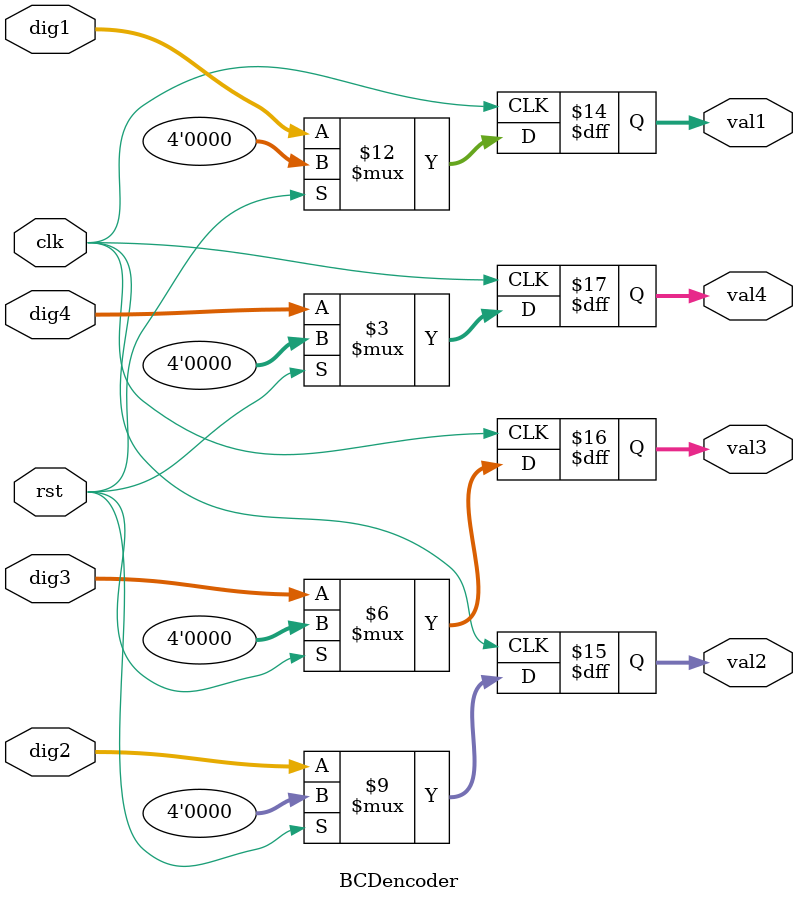
<source format=v>
`timescale 1ns / 1ps
module parking_meter(
    input add1,
    input add2,
    input add3,
    input add4,
    input rst1,
    input rst2,
    input clk,     //100 Hz
    input rst,
    output [6:0] led_seg,
    output a1,
    output a2,
    output a3,
    output a4,
    output [3:0] val1,
    output [3:0] val2,
    output [3:0] val3,
    output [3:0] val4
    );


reg [13:0] time_left;
reg [3:0] dig1; reg [3:0] dig2; reg [3:0] dig3; reg [3:0] dig4;

sevenseg s1(.time_left(time_left), .dig1(dig1), .dig2(dig2), .dig3(dig3), .dig4(dig4), .rst(rst), .clk(clk), 
				.led_seg(led_seg), .a1(a1), .a2(a2), .a3(a3), .a4(a4));
BCDencoder encoder(.dig1(dig1), .dig2(dig2), .dig3(dig3), .dig4(dig4), .clk(clk), .rst(rst), .val1(val1), .val2(val2), .val3(val3), .val4(val4));

reg [5:0] round;
always@(posedge clk or negedge clk) begin
	if(rst) begin
		round<=0; 
		time_left<=0;
		dig1<=0; dig2<=0; dig3<=0; dig4<=0;
	end
	else begin
	if(add1) begin
		if((round)%2!=0) begin
			time_left<=time_left+60;
			dig2<=dig2+6;
			if(dig2 > 9) begin 
				case(dig2) 
					5'b01010: begin dig2<=0; end
					5'b01011: begin dig2<=1; end
					5'b01100: begin dig2<=2; end
					5'b01101: begin dig2<=3; end
					5'b01110: begin dig2<=4; end
					5'b01111: begin dig2<=5; end
				endcase
				dig3<=dig3+1;
				if(dig3 > 9) begin 
					dig3<=0;
					dig4<=dig4+1;
					if(dig4 > 9) begin dig4<=9; end
				end
			end
		end
	end
	
	if(add2) begin
		if((round)%2!=0) begin
		time_left<=time_left+120;
		dig2<=dig2+2;
		if(dig2 > 9) begin
			case(dig2) 
				5'b01010: begin dig2<=0; end
				5'b01011: begin dig2<=1; end
			endcase
			dig3<=dig3+2;
			if(dig3 > 9) begin 
				case(dig3)
					5'b01010: begin dig3<=0; end
					5'b01011: begin dig3<=1; end
				endcase
				dig4<=dig4+1;
				if(dig4 > 9) begin dig4<=9; end
			end
		end
		dig3<=dig3+1;
		if(dig3 > 9) begin 
			dig3<=0;
			dig4<=dig4+1;
			if(dig4 > 9) begin dig4<=9; end
		end
	end
end
	
	if(add3) begin
	if((round)%2!=0) begin
		time_left<=time_left+180;
		dig2<=dig2+8;
		if(dig2 > 9) begin
			case(dig2) 
				5'b01010: begin dig2<=0; end
				5'b01011: begin dig2<=1; end
				5'b01100: begin dig2<=2; end
				5'b01101: begin dig2<=3; end
				5'b01110: begin dig2<=4; end
				5'b01111: begin dig2<=5; end
				5'b10000: begin dig2<=6; end
				5'b10001: begin dig2<=7; end
			endcase
			dig3<=dig3+2;
			if(dig3 > 9) begin 
				case(dig3)
					5'b01010: begin dig3<=0; end
					5'b01011: begin dig3<=1; end
				endcase
				dig4<=dig4+1;
				if(dig4 > 9) begin dig4<=9; end
			end
		end
		dig3<=dig3+1;
		if(dig3 > 9) begin 
			dig3<=0;
			dig4<=dig4+1;
			if(dig4 > 9) begin dig4<=9; end
		end
	end
end
	if(add4) begin
	if((round)%2!=0) begin
		time_left<=time_left+300;
		dig3<=dig3+3;
		if(dig3 > 9) begin
			case (dig3)
				5'b01010: begin dig2<=0; end
				5'b01011: begin dig2<=1; end
				5'b01100: begin dig2<=2; end
			endcase
			dig4<=dig4+1;
			if(dig4 > 9) begin dig4<=9; end
		end	
	end
end
	if(rst1) begin
		time_left<=16;
		dig1<=6; dig2<=1; dig3<=0; dig4<=0;
	end
	if(rst2) begin
		time_left<=150;
		dig1<=0; dig2<=5; dig3<=1; dig4<=0;
	end
	
	if(round > 48) begin
		round<=0;
		if(add1==0 && add2==0 && add3==0 && add4==0 && rst1==0 && rst2==0 && rst==0) begin
			if(dig1==0 && (dig2!=0 || dig3!=0 || dig4!=0)) begin
				time_left<=time_left-1;
				dig1<=9; 
				if(dig2==0) begin dig2<=9; end
				else begin dig2<=dig2-1; end
			end
			else if(dig1!=0)begin
				time_left <= time_left-1;
				dig1<=dig1-1;
			end
		 end
	end
	else begin round<=round+1; end
	end
end
endmodule


module sevenseg(time_left, dig1, dig2, dig3, dig4, rst, clk, led_seg, a1, a2, a3, a4);
input [13:0] time_left;
input [3:0] dig1; input [3:0] dig2; input [3:0] dig3; input [3:0] dig4;
input clk;
input rst;
output reg [6:0] led_seg = 0;
output reg a1; output reg a2; output reg a3; output reg a4;

function [6:0] ledsegdisplay; 
input [3:0] digit; 
case(digit)
	4'b0000: begin ledsegdisplay=7'b0000001; end
	4'b0001: begin ledsegdisplay=7'b1001111; end
	4'b0010: begin ledsegdisplay=7'b0010010; end
	4'b0011: begin ledsegdisplay=7'b0000110; end
	4'b0100: begin ledsegdisplay=7'b1001100; end
	4'b0101: begin ledsegdisplay=7'b0100100; end
	4'b0110: begin ledsegdisplay=7'b0100000; end
	4'b0111: begin ledsegdisplay=7'b0001111; end
	4'b1000: begin ledsegdisplay=7'b0000000; end
	4'b1001: begin ledsegdisplay=7'b0000100; end
endcase
endfunction

// update count 
// overflow from 3 to 0
reg [1:0] count;
reg [6:0] zeroCt = 0;
reg [1:0] dosCt=0;
reg [6:0] dosRoundCt = 0;
reg [5:0] posedgectr = 0;

always@(posedge clk or negedge clk) begin 
	if(rst) begin 
		count <= 0; 
		zeroCt<=0;
		posedgectr<=0;
		dosCt<=0;
	end 
	else begin
	if(zeroCt < 49) begin
		case(count)
			0: begin a1 = 0; a2 = 1; a3 = 1; a4 = 1; led_seg = ledsegdisplay(dig1); end
			1: begin a1 = 1; a2 = 0; a3 = 1; a4 = 1; led_seg = ledsegdisplay(dig2); end
			2: begin a1 = 1; a2 = 1; a3 = 0; a4 = 1; led_seg = ledsegdisplay(dig3); end
			3: begin a1 = 1; a2 = 1; a3 = 1; a4 = 0; led_seg = ledsegdisplay(dig4); end
		endcase
	end
	
	else if(zeroCt >= 49 && zeroCt < 98) begin
		case(count)
			0: begin a1 = 0; a2 = 1; a3 = 1; a4 = 1; led_seg = 7'b1111111; end
			1: begin a1 = 1; a2 = 0; a3 = 1; a4 = 1; led_seg = 7'b1111111; end
			2: begin a1 = 1; a2 = 1; a3 = 0; a4 = 1; led_seg = 7'b1111111; end
			3: begin a1 = 1; a2 = 1; a3 = 1; a4 = 0; led_seg = 7'b1111111; end
		endcase
	end
		if(zeroCt == 98) begin zeroCt<=0; count<=0; end
		else begin
			count <= count + 1;
			zeroCt<=zeroCt + 1;
			posedgectr<=posedgectr+1;
		end  
		
		if(time_left==180) begin
			dosCt<=dosCt+1;
			if(dosRoundCt == 0) begin
		a1=0;a2=1;a3=1;a4=1; led_seg=ledsegdisplay(dig1);
		case(count) 
			1: begin a1 = 1; a2 = 0; a3 = 1; a4 = 1; led_seg = ledsegdisplay(dig2); end
			2: begin a1 = 1; a2 = 1; a3 = 0; a4 = 1; led_seg = ledsegdisplay(dig3); end
			3: begin a1=1; a2=1; a3=1; a4=0; led_seg=ledsegdisplay(dig4); end
		endcase
	end
			
		
	else if(dosRoundCt > 0 && dosRoundCt < 90) begin
		case(count)
			0: begin a1=0;a2=1;a3=1;a4=1; led_seg=ledsegdisplay(dig1);  end
			1: begin a1 = 1; a2 = 0; a3 = 1; a4 = 1; led_seg = ledsegdisplay(dig2); end
			2: begin a1 = 1; a2 = 1; a3 = 0; a4 = 1; led_seg = ledsegdisplay(dig3); end
			3: begin a1=1; a2=1; a3=1; a4=0; led_seg=ledsegdisplay(dig4); end
		endcase
	end
	
			if(dosRoundCt==98) begin dosRoundCt<=0; dosCt<=0; end
			else begin
				dosRoundCt<=dosRoundCt+1;
				posedgectr<=posedgectr+1;
			end
		end
		if(time_left < 180 && time_left > 0) begin
			dosCt<=dosCt+1;
			if((time_left)%2 == 0 && dosRoundCt==0) begin 
				a1=0; a2=1; a3=1; a4=1; led_seg=ledsegdisplay(dig1); 
				case(count)
				1: begin a1 = 1; a2 = 0; a3 = 1; a4 = 1; led_seg=ledsegdisplay(dig2); end
				2: begin a1 = 1; a2 = 1; a3 = 0; a4 = 1; led_seg=ledsegdisplay(dig3); end
				3: begin a1=1; a2=1; a3=1; a4=0; led_seg=ledsegdisplay(dig4); end
				endcase
			end
			else if((time_left)%2 == 0 && dosRoundCt > 0 && dosRoundCt < 98) begin
			a1=0;a2=1;a3=1;a4=1;led_seg=7'b1111111; 
			case(count)
			1: begin a1 = 1; a2 = 0; a3 = 1; a4 = 1; led_seg=ledsegdisplay(dig2);end
			2: begin a1 = 1; a2 = 1; a3 = 0; a4 = 1; led_seg=ledsegdisplay(dig3);end
			3: begin a1=1; a2=1; a3=1; a4=0; led_seg=ledsegdisplay(dig4);end
			endcase		
			end
			else begin
			a1=0;a2=1;a3=1;a4=1;led_seg=7'b1111111; 
		case(count)
			1: begin a1 = 1; a2 = 0; a3 = 1; a4 = 1; led_seg=7'b1111111; end
			2: begin a1 = 1; a2 = 1; a3 = 0; a4 = 1; led_seg=7'b1111111;  end
			3: begin a1=1; a2=1; a3=1; a4=0; led_seg=7'b1111111;  end
			endcase
	end
			if(dosRoundCt==98) begin dosRoundCt<=0; dosCt<=0; end
			else begin
				dosRoundCt<=dosRoundCt+1;
				posedgectr<=posedgectr+1;
			end
		end
		else if(time_left > 180 && time_left < 10000) begin
		a1=0;a2=1;a3=1;a4=1;led_seg=ledsegdisplay(dig1); 
			case(count)
			1: begin a1 = 1; a2 = 0; a3 = 1; a4 = 1; led_seg=ledsegdisplay(dig2); end
			2: begin a1 = 1; a2 = 1; a3 = 0; a4 = 1; led_seg=ledsegdisplay(dig3); end
			3: begin a1=1; a2=1; a3=1; a4=0; led_seg=ledsegdisplay(dig4);  end
			endcase
	end
	end
end

endmodule

module BCDencoder(dig1, dig2, dig3, dig4, clk, rst, val1, val2, val3, val4); 
input [3:0] dig1; input [3:0] dig2; input [3:0] dig3; input [3:0] dig4;
input clk;
input rst;
output reg [3:0] val1; output reg [3:0] val2; output reg [3:0] val3; output reg [3:0] val4;

always@(posedge clk) begin
	if(rst) begin
		val1<=0; val2<=0; val3<=0; val4<=0; 
	end
	else begin
	val1<=dig1;
	val2<=dig2;
	val3<=dig3;
	val4<=dig4;
	end
end


endmodule

</source>
